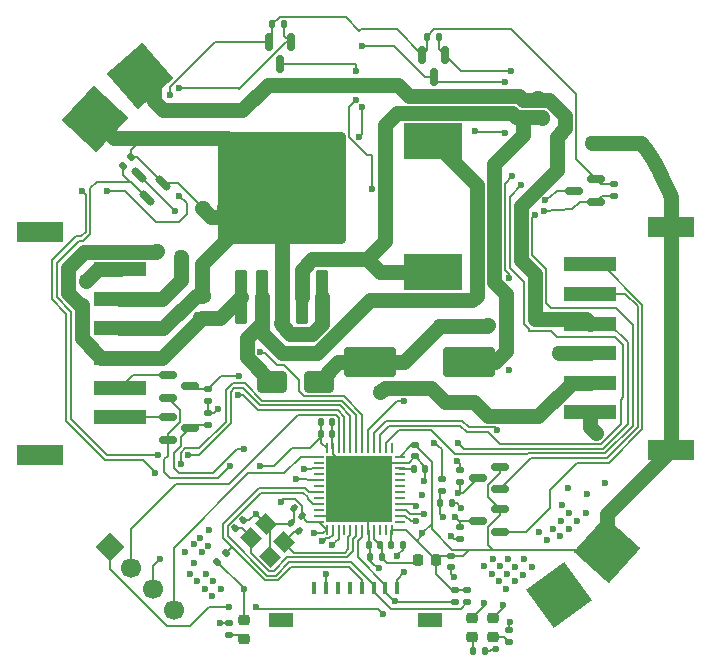
<source format=gbr>
%TF.GenerationSoftware,KiCad,Pcbnew,8.0.1*%
%TF.CreationDate,2024-11-14T00:10:28-08:00*%
%TF.ProjectId,motor_control_design,6d6f746f-725f-4636-9f6e-74726f6c5f64,rev?*%
%TF.SameCoordinates,Original*%
%TF.FileFunction,Copper,L1,Top*%
%TF.FilePolarity,Positive*%
%FSLAX46Y46*%
G04 Gerber Fmt 4.6, Leading zero omitted, Abs format (unit mm)*
G04 Created by KiCad (PCBNEW 8.0.1) date 2024-11-14 00:10:28*
%MOMM*%
%LPD*%
G01*
G04 APERTURE LIST*
G04 Aperture macros list*
%AMRoundRect*
0 Rectangle with rounded corners*
0 $1 Rounding radius*
0 $2 $3 $4 $5 $6 $7 $8 $9 X,Y pos of 4 corners*
0 Add a 4 corners polygon primitive as box body*
4,1,4,$2,$3,$4,$5,$6,$7,$8,$9,$2,$3,0*
0 Add four circle primitives for the rounded corners*
1,1,$1+$1,$2,$3*
1,1,$1+$1,$4,$5*
1,1,$1+$1,$6,$7*
1,1,$1+$1,$8,$9*
0 Add four rect primitives between the rounded corners*
20,1,$1+$1,$2,$3,$4,$5,0*
20,1,$1+$1,$4,$5,$6,$7,0*
20,1,$1+$1,$6,$7,$8,$9,0*
20,1,$1+$1,$8,$9,$2,$3,0*%
%AMHorizOval*
0 Thick line with rounded ends*
0 $1 width*
0 $2 $3 position (X,Y) of the first rounded end (center of the circle)*
0 $4 $5 position (X,Y) of the second rounded end (center of the circle)*
0 Add line between two ends*
20,1,$1,$2,$3,$4,$5,0*
0 Add two circle primitives to create the rounded ends*
1,1,$1,$2,$3*
1,1,$1,$4,$5*%
%AMRotRect*
0 Rectangle, with rotation*
0 The origin of the aperture is its center*
0 $1 length*
0 $2 width*
0 $3 Rotation angle, in degrees counterclockwise*
0 Add horizontal line*
21,1,$1,$2,0,0,$3*%
G04 Aperture macros list end*
%TA.AperFunction,SMDPad,CuDef*%
%ADD10RoundRect,0.140000X0.219203X0.021213X0.021213X0.219203X-0.219203X-0.021213X-0.021213X-0.219203X0*%
%TD*%
%TA.AperFunction,SMDPad,CuDef*%
%ADD11RoundRect,0.135000X0.185000X-0.135000X0.185000X0.135000X-0.185000X0.135000X-0.185000X-0.135000X0*%
%TD*%
%TA.AperFunction,SMDPad,CuDef*%
%ADD12RoundRect,0.150000X0.521491X-0.309359X-0.309359X0.521491X-0.521491X0.309359X0.309359X-0.521491X0*%
%TD*%
%TA.AperFunction,SMDPad,CuDef*%
%ADD13RoundRect,0.218750X0.256250X-0.218750X0.256250X0.218750X-0.256250X0.218750X-0.256250X-0.218750X0*%
%TD*%
%TA.AperFunction,SMDPad,CuDef*%
%ADD14RoundRect,0.135000X-0.185000X0.135000X-0.185000X-0.135000X0.185000X-0.135000X0.185000X0.135000X0*%
%TD*%
%TA.AperFunction,SMDPad,CuDef*%
%ADD15RoundRect,0.250000X-0.475000X0.250000X-0.475000X-0.250000X0.475000X-0.250000X0.475000X0.250000X0*%
%TD*%
%TA.AperFunction,SMDPad,CuDef*%
%ADD16RoundRect,0.218750X-0.218750X-0.256250X0.218750X-0.256250X0.218750X0.256250X-0.218750X0.256250X0*%
%TD*%
%TA.AperFunction,SMDPad,CuDef*%
%ADD17RoundRect,0.135000X-0.035355X0.226274X-0.226274X0.035355X0.035355X-0.226274X0.226274X-0.035355X0*%
%TD*%
%TA.AperFunction,SMDPad,CuDef*%
%ADD18RoundRect,0.140000X-0.140000X-0.170000X0.140000X-0.170000X0.140000X0.170000X-0.140000X0.170000X0*%
%TD*%
%TA.AperFunction,SMDPad,CuDef*%
%ADD19RoundRect,0.062500X0.062500X-0.375000X0.062500X0.375000X-0.062500X0.375000X-0.062500X-0.375000X0*%
%TD*%
%TA.AperFunction,SMDPad,CuDef*%
%ADD20RoundRect,0.062500X0.375000X-0.062500X0.375000X0.062500X-0.375000X0.062500X-0.375000X-0.062500X0*%
%TD*%
%TA.AperFunction,HeatsinkPad*%
%ADD21R,5.600000X5.600000*%
%TD*%
%TA.AperFunction,SMDPad,CuDef*%
%ADD22RoundRect,0.250000X-1.000000X-0.650000X1.000000X-0.650000X1.000000X0.650000X-1.000000X0.650000X0*%
%TD*%
%TA.AperFunction,ComponentPad*%
%ADD23RotRect,4.000000X4.000000X227.000000*%
%TD*%
%TA.AperFunction,SMDPad,CuDef*%
%ADD24R,0.400000X1.000000*%
%TD*%
%TA.AperFunction,SMDPad,CuDef*%
%ADD25R,2.000000X1.300000*%
%TD*%
%TA.AperFunction,SMDPad,CuDef*%
%ADD26RoundRect,0.135000X0.135000X0.185000X-0.135000X0.185000X-0.135000X-0.185000X0.135000X-0.185000X0*%
%TD*%
%TA.AperFunction,SMDPad,CuDef*%
%ADD27RoundRect,0.140000X-0.170000X0.140000X-0.170000X-0.140000X0.170000X-0.140000X0.170000X0.140000X0*%
%TD*%
%TA.AperFunction,SMDPad,CuDef*%
%ADD28RoundRect,0.250000X-1.950000X-1.000000X1.950000X-1.000000X1.950000X1.000000X-1.950000X1.000000X0*%
%TD*%
%TA.AperFunction,SMDPad,CuDef*%
%ADD29RoundRect,0.150000X-0.150000X0.587500X-0.150000X-0.587500X0.150000X-0.587500X0.150000X0.587500X0*%
%TD*%
%TA.AperFunction,SMDPad,CuDef*%
%ADD30RoundRect,0.150000X0.587500X0.150000X-0.587500X0.150000X-0.587500X-0.150000X0.587500X-0.150000X0*%
%TD*%
%TA.AperFunction,ComponentPad*%
%ADD31RotRect,1.700000X1.700000X45.000000*%
%TD*%
%TA.AperFunction,ComponentPad*%
%ADD32HorizOval,1.700000X0.000000X0.000000X0.000000X0.000000X0*%
%TD*%
%TA.AperFunction,ComponentPad*%
%ADD33RotRect,4.000000X4.000000X131.000000*%
%TD*%
%TA.AperFunction,SMDPad,CuDef*%
%ADD34RoundRect,0.150000X-0.587500X-0.150000X0.587500X-0.150000X0.587500X0.150000X-0.587500X0.150000X0*%
%TD*%
%TA.AperFunction,SMDPad,CuDef*%
%ADD35RoundRect,0.250000X0.300000X-2.050000X0.300000X2.050000X-0.300000X2.050000X-0.300000X-2.050000X0*%
%TD*%
%TA.AperFunction,SMDPad,CuDef*%
%ADD36RoundRect,0.250000X2.375000X-2.025000X2.375000X2.025000X-2.375000X2.025000X-2.375000X-2.025000X0*%
%TD*%
%TA.AperFunction,SMDPad,CuDef*%
%ADD37RoundRect,0.250002X5.149998X-4.449998X5.149998X4.449998X-5.149998X4.449998X-5.149998X-4.449998X0*%
%TD*%
%TA.AperFunction,ComponentPad*%
%ADD38RotRect,4.000000X4.000000X138.000000*%
%TD*%
%TA.AperFunction,SMDPad,CuDef*%
%ADD39RotRect,1.400000X1.200000X135.000000*%
%TD*%
%TA.AperFunction,SMDPad,CuDef*%
%ADD40RoundRect,0.140000X0.021213X-0.219203X0.219203X-0.021213X-0.021213X0.219203X-0.219203X0.021213X0*%
%TD*%
%TA.AperFunction,SMDPad,CuDef*%
%ADD41RoundRect,0.135000X-0.135000X-0.185000X0.135000X-0.185000X0.135000X0.185000X-0.135000X0.185000X0*%
%TD*%
%TA.AperFunction,SMDPad,CuDef*%
%ADD42RoundRect,0.140000X0.140000X0.170000X-0.140000X0.170000X-0.140000X-0.170000X0.140000X-0.170000X0*%
%TD*%
%TA.AperFunction,SMDPad,CuDef*%
%ADD43R,4.495800X1.295400*%
%TD*%
%TA.AperFunction,SMDPad,CuDef*%
%ADD44R,3.911600X1.803400*%
%TD*%
%TA.AperFunction,SMDPad,CuDef*%
%ADD45RoundRect,0.135000X0.035355X-0.226274X0.226274X-0.035355X-0.035355X0.226274X-0.226274X0.035355X0*%
%TD*%
%TA.AperFunction,ComponentPad*%
%ADD46RotRect,4.000000X4.000000X36.000000*%
%TD*%
%TA.AperFunction,SMDPad,CuDef*%
%ADD47R,5.000000X3.100000*%
%TD*%
%TA.AperFunction,ViaPad*%
%ADD48C,0.600000*%
%TD*%
%TA.AperFunction,ViaPad*%
%ADD49C,1.270000*%
%TD*%
%TA.AperFunction,Conductor*%
%ADD50C,0.200000*%
%TD*%
%TA.AperFunction,Conductor*%
%ADD51C,1.270000*%
%TD*%
G04 APERTURE END LIST*
D10*
%TO.P,C4,1*%
%TO.N,+3.3V*%
X144484411Y-104733411D03*
%TO.P,C4,2*%
%TO.N,GND*%
X143805589Y-104054589D03*
%TD*%
D11*
%TO.P,R21,1*%
%TO.N,GND*%
X157861000Y-106681999D03*
%TO.P,R21,2*%
%TO.N,/E2B*%
X157861000Y-105662001D03*
%TD*%
D12*
%TO.P,Q13,1,G*%
%TO.N,/M1Q1*%
X131337074Y-77816577D03*
%TO.P,Q13,2,S*%
%TO.N,GND*%
X132680577Y-76473074D03*
%TO.P,Q13,3,D*%
%TO.N,Net-(Q13-D)*%
X130683000Y-75819000D03*
%TD*%
D13*
%TO.P,D2,1,K*%
%TO.N,Net-(D2-K)*%
X158879000Y-114937000D03*
%TO.P,D2,2,A*%
%TO.N,/LED_G*%
X158879000Y-113361998D03*
%TD*%
D14*
%TO.P,R3,1*%
%TO.N,+3.3V*%
X157480000Y-110996001D03*
%TO.P,R3,2*%
%TO.N,/NRST*%
X157480000Y-112015999D03*
%TD*%
D15*
%TO.P,C14,1*%
%TO.N,GND*%
X136017000Y-86045001D03*
%TO.P,C14,2*%
%TO.N,+BATT*%
X136017000Y-87944999D03*
%TD*%
D16*
%TO.P,FB1,1*%
%TO.N,+3.3VA*%
X154279500Y-108458000D03*
%TO.P,FB1,2*%
%TO.N,+3.3V*%
X155854500Y-108458000D03*
%TD*%
D17*
%TO.P,R1,1*%
%TO.N,/SDA*%
X138028624Y-107843376D03*
%TO.P,R1,2*%
%TO.N,+3.3V*%
X137307376Y-108564624D03*
%TD*%
D18*
%TO.P,C7,1*%
%TO.N,Net-(U1-VCAP1)*%
X153952000Y-100711000D03*
%TO.P,C7,2*%
%TO.N,GND*%
X154912000Y-100711000D03*
%TD*%
D19*
%TO.P,U1,1,VBAT*%
%TO.N,+3.3V*%
X146583570Y-105864500D03*
%TO.P,U1,2,PC13*%
%TO.N,/LED_G*%
X147083570Y-105864500D03*
%TO.P,U1,3,PC14*%
%TO.N,/LED_B*%
X147583571Y-105864500D03*
%TO.P,U1,4,PC15*%
%TO.N,unconnected-(U1-PC15-Pad4)*%
X148083570Y-105864500D03*
%TO.P,U1,5,PH0*%
%TO.N,/OSC_IN*%
X148583569Y-105864500D03*
%TO.P,U1,6,PH1*%
%TO.N,/OSC_OUT*%
X149083570Y-105864500D03*
%TO.P,U1,7,NRST*%
%TO.N,/NRST*%
X149583570Y-105864500D03*
%TO.P,U1,8,VSSA*%
%TO.N,GND*%
X150083571Y-105864500D03*
%TO.P,U1,9,VREF+*%
%TO.N,+3.3VA*%
X150583570Y-105864500D03*
%TO.P,U1,10,PA0*%
%TO.N,unconnected-(U1-PA0-Pad10)*%
X151083569Y-105864500D03*
%TO.P,U1,11,PA1*%
%TO.N,unconnected-(U1-PA1-Pad11)*%
X151583570Y-105864500D03*
%TO.P,U1,12,PA2*%
%TO.N,+3.3V*%
X152083570Y-105864500D03*
D20*
%TO.P,U1,13,PA3*%
%TO.N,unconnected-(U1-PA3-Pad13)*%
X152771070Y-105177000D03*
%TO.P,U1,14,PA4*%
%TO.N,/VBatt_sense*%
X152771070Y-104677000D03*
%TO.P,U1,15,PA5*%
%TO.N,/E2B*%
X152771070Y-104176999D03*
%TO.P,U1,16,PA6*%
%TO.N,/E2A*%
X152771070Y-103677000D03*
%TO.P,U1,17,PA7*%
%TO.N,unconnected-(U1-PA7-Pad17)*%
X152771070Y-103177001D03*
%TO.P,U1,18,PB0*%
%TO.N,unconnected-(U1-PB0-Pad18)*%
X152771070Y-102677000D03*
%TO.P,U1,19,PB1*%
%TO.N,unconnected-(U1-PB1-Pad19)*%
X152771070Y-102177000D03*
%TO.P,U1,20,PB2*%
%TO.N,unconnected-(U1-PB2-Pad20)*%
X152771070Y-101676999D03*
%TO.P,U1,21,PB10*%
%TO.N,unconnected-(U1-PB10-Pad21)*%
X152771070Y-101177000D03*
%TO.P,U1,22,VCAP1*%
%TO.N,Net-(U1-VCAP1)*%
X152771070Y-100677001D03*
%TO.P,U1,23,VSS*%
%TO.N,GND*%
X152771070Y-100177000D03*
%TO.P,U1,24,VDD*%
%TO.N,+3.3V*%
X152771070Y-99677000D03*
D19*
%TO.P,U1,25,PB12*%
%TO.N,unconnected-(U1-PB12-Pad25)*%
X152083570Y-98989500D03*
%TO.P,U1,26,PB13*%
%TO.N,/M2Q3*%
X151583570Y-98989500D03*
%TO.P,U1,27,PB14*%
%TO.N,/M2Q1*%
X151083569Y-98989500D03*
%TO.P,U1,28,PB15*%
%TO.N,/M2Q2*%
X150583570Y-98989500D03*
%TO.P,U1,29,PA8*%
%TO.N,/M2Q4*%
X150083571Y-98989500D03*
%TO.P,U1,30,PA9*%
%TO.N,/M1Q4*%
X149583570Y-98989500D03*
%TO.P,U1,31,PA10*%
%TO.N,/M1Q3*%
X149083570Y-98989500D03*
%TO.P,U1,32,PA11*%
%TO.N,/M1Q1*%
X148583569Y-98989500D03*
%TO.P,U1,33,PA12*%
%TO.N,/M1Q2*%
X148083570Y-98989500D03*
%TO.P,U1,34,PA13*%
%TO.N,/SWDIO*%
X147583571Y-98989500D03*
%TO.P,U1,35,VSS*%
%TO.N,GND*%
X147083570Y-98989500D03*
%TO.P,U1,36,VDD*%
%TO.N,+3.3V*%
X146583570Y-98989500D03*
D20*
%TO.P,U1,37,PA14*%
%TO.N,/SWCLK*%
X145896070Y-99677000D03*
%TO.P,U1,38,PA15*%
%TO.N,unconnected-(U1-PA15-Pad38)*%
X145896070Y-100177000D03*
%TO.P,U1,39,PB3*%
%TO.N,/E1A*%
X145896070Y-100677001D03*
%TO.P,U1,40,PB4*%
%TO.N,unconnected-(U1-PB4-Pad40)*%
X145896070Y-101177000D03*
%TO.P,U1,41,PB5*%
%TO.N,/E1B*%
X145896070Y-101676999D03*
%TO.P,U1,42,PB6*%
%TO.N,unconnected-(U1-PB6-Pad42)*%
X145896070Y-102177000D03*
%TO.P,U1,43,PB7*%
%TO.N,/SDA*%
X145896070Y-102677000D03*
%TO.P,U1,44,BOOT0*%
%TO.N,unconnected-(U1-BOOT0-Pad44)*%
X145896070Y-103177001D03*
%TO.P,U1,45,PB8*%
%TO.N,/SCL*%
X145896070Y-103677000D03*
%TO.P,U1,46,PB9*%
%TO.N,unconnected-(U1-PB9-Pad46)*%
X145896070Y-104176999D03*
%TO.P,U1,47,VSS*%
%TO.N,GND*%
X145896070Y-104677000D03*
%TO.P,U1,48,VDD*%
%TO.N,+3.3V*%
X145896070Y-105177000D03*
D21*
%TO.P,U1,49,VSS*%
%TO.N,GND*%
X149333570Y-102427000D03*
%TD*%
D22*
%TO.P,D11,1,K*%
%TO.N,Net-(D11-K)*%
X141922998Y-93345000D03*
%TO.P,D11,2,A*%
%TO.N,GND*%
X145923000Y-93345000D03*
%TD*%
D23*
%TO.P,J4,1,Pin_1*%
%TO.N,GND*%
X127000000Y-71120000D03*
%TD*%
D13*
%TO.P,D3,1,K*%
%TO.N,Net-(D3-K)*%
X160657000Y-114937000D03*
%TO.P,D3,2,A*%
%TO.N,/LED_B*%
X160657000Y-113361998D03*
%TD*%
D24*
%TO.P,J5,1,Pin_1*%
%TO.N,VBUS*%
X145548000Y-110838000D03*
%TO.P,J5,2,Pin_2*%
%TO.N,+3.3V*%
X146548000Y-110838000D03*
%TO.P,J5,3,Pin_3*%
%TO.N,/S1*%
X147548000Y-110838000D03*
%TO.P,J5,4,Pin_4*%
%TO.N,/S2*%
X148548000Y-110838000D03*
%TO.P,J5,5,Pin_5*%
%TO.N,/SDA*%
X149548000Y-110838000D03*
%TO.P,J5,6,Pin_6*%
%TO.N,/SCL*%
X150548000Y-110838000D03*
%TO.P,J5,7,Pin_7*%
%TO.N,/NRST*%
X151548000Y-110838000D03*
%TO.P,J5,8,Pin_8*%
%TO.N,GND*%
X152548000Y-110838000D03*
D25*
%TO.P,J5,MP*%
%TO.N,N/C*%
X142748000Y-113538000D03*
X155348000Y-113538000D03*
%TD*%
D26*
%TO.P,R24,1*%
%TO.N,/M2Q3*%
X156084999Y-64135000D03*
%TO.P,R24,2*%
%TO.N,GND*%
X155065001Y-64135000D03*
%TD*%
D27*
%TO.P,C11,1*%
%TO.N,+3.3V*%
X157099000Y-108105000D03*
%TO.P,C11,2*%
%TO.N,GND*%
X157099000Y-109065000D03*
%TD*%
D28*
%TO.P,C15,1*%
%TO.N,GND*%
X150241000Y-91694000D03*
%TO.P,C15,2*%
%TO.N,+3.3V*%
X158641000Y-91694000D03*
%TD*%
D10*
%TO.P,C2,1*%
%TO.N,/OSC_IN*%
X144230411Y-106003411D03*
%TO.P,C2,2*%
%TO.N,GND*%
X143551589Y-105324589D03*
%TD*%
D11*
%TO.P,R8,1*%
%TO.N,Net-(D3-K)*%
X162054000Y-115395997D03*
%TO.P,R8,2*%
%TO.N,GND*%
X162054000Y-114375999D03*
%TD*%
D29*
%TO.P,Q4,1,G*%
%TO.N,/M1Q3*%
X143571000Y-64594500D03*
%TO.P,Q4,2,S*%
%TO.N,GND*%
X141671000Y-64594500D03*
%TO.P,Q4,3,D*%
%TO.N,Net-(Q1-G)*%
X142621000Y-66469501D03*
%TD*%
D30*
%TO.P,Q5,1,G*%
%TO.N,/M2Q1*%
X169418000Y-78105000D03*
%TO.P,Q5,2,S*%
%TO.N,GND*%
X169418000Y-76205000D03*
%TO.P,Q5,3,D*%
%TO.N,Net-(Q5-D)*%
X167542999Y-77155000D03*
%TD*%
D14*
%TO.P,R10,1*%
%TO.N,GND*%
X136525000Y-96012000D03*
%TO.P,R10,2*%
%TO.N,/E1B*%
X136525000Y-97031998D03*
%TD*%
D11*
%TO.P,R9,1*%
%TO.N,GND*%
X136525000Y-94997999D03*
%TO.P,R9,2*%
%TO.N,/E1A*%
X136525000Y-93978001D03*
%TD*%
D31*
%TO.P,J2,1,Pin_1*%
%TO.N,/NRST*%
X128251949Y-107296949D03*
D32*
%TO.P,J2,2,Pin_2*%
%TO.N,/SWDIO*%
X130048000Y-109093000D03*
%TO.P,J2,3,Pin_3*%
%TO.N,GND*%
X131844051Y-110889051D03*
%TO.P,J2,4,Pin_4*%
%TO.N,/SWCLK*%
X133640103Y-112685103D03*
%TD*%
D33*
%TO.P,J3,1,Pin_1*%
%TO.N,+BATT*%
X130810000Y-67437000D03*
%TD*%
D11*
%TO.P,R2,1*%
%TO.N,/SCL*%
X158496000Y-112015999D03*
%TO.P,R2,2*%
%TO.N,+3.3V*%
X158496000Y-110996001D03*
%TD*%
%TO.P,R17,1*%
%TO.N,/M2Q1*%
X170942000Y-77597000D03*
%TO.P,R17,2*%
%TO.N,GND*%
X170942000Y-76577002D03*
%TD*%
D18*
%TO.P,C1,1*%
%TO.N,+3.3V*%
X146078000Y-96774000D03*
%TO.P,C1,2*%
%TO.N,GND*%
X147038000Y-96774000D03*
%TD*%
D34*
%TO.P,Q10,1,G*%
%TO.N,Net-(J6-Pin_6)*%
X133126000Y-96332000D03*
%TO.P,Q10,2,S*%
%TO.N,+3.3V*%
X133126000Y-98232000D03*
%TO.P,Q10,3,D*%
%TO.N,/E1B*%
X135001000Y-97282000D03*
%TD*%
D14*
%TO.P,R22,1*%
%TO.N,GND*%
X157861000Y-100836001D03*
%TO.P,R22,2*%
%TO.N,/E2A*%
X157861000Y-101855999D03*
%TD*%
D11*
%TO.P,R5,1*%
%TO.N,Net-(D1-K)*%
X138303000Y-114809999D03*
%TO.P,R5,2*%
%TO.N,GND*%
X138303000Y-113790001D03*
%TD*%
D35*
%TO.P,U3,1,VIN*%
%TO.N,+BATT*%
X139367000Y-86124000D03*
%TO.P,U3,2,OUT*%
%TO.N,Net-(D11-K)*%
X141067000Y-86123999D03*
%TO.P,U3,3,GND*%
%TO.N,GND*%
X142767000Y-86124000D03*
D36*
X139992000Y-79399000D03*
X145542000Y-79399000D03*
D37*
X142767000Y-76974000D03*
D36*
X139992000Y-74549000D03*
X145542000Y-74549000D03*
D35*
%TO.P,U3,4,FB*%
%TO.N,+3.3V*%
X144467000Y-86123999D03*
%TO.P,U3,5,~{ON}/OFF*%
%TO.N,GND*%
X146167000Y-86124000D03*
%TD*%
D30*
%TO.P,Q11,1,G*%
%TO.N,Net-(J8-Pin_6)*%
X161290000Y-106040000D03*
%TO.P,Q11,2,S*%
%TO.N,+3.3V*%
X161290000Y-104140000D03*
%TO.P,Q11,3,D*%
%TO.N,/E2B*%
X159414999Y-105090000D03*
%TD*%
D14*
%TO.P,R11,1*%
%TO.N,+BATT*%
X156337000Y-101598001D03*
%TO.P,R11,2*%
%TO.N,/VBatt_sense*%
X156337000Y-102617999D03*
%TD*%
D38*
%TO.P,J10,1,Pin_1*%
%TO.N,+3.3V*%
X170307000Y-107569000D03*
%TD*%
D30*
%TO.P,Q12,1,G*%
%TO.N,Net-(J8-Pin_5)*%
X161260001Y-102423000D03*
%TO.P,Q12,2,S*%
%TO.N,+3.3V*%
X161260001Y-100523000D03*
%TO.P,Q12,3,D*%
%TO.N,/E2A*%
X159385000Y-101473000D03*
%TD*%
D18*
%TO.P,C3,1*%
%TO.N,+3.3V*%
X152047000Y-107188000D03*
%TO.P,C3,2*%
%TO.N,GND*%
X153007000Y-107188000D03*
%TD*%
D39*
%TO.P,Y1,1,1*%
%TO.N,/OSC_IN*%
X142965716Y-106934000D03*
%TO.P,Y1,2,2*%
%TO.N,GND*%
X141410081Y-105378365D03*
%TO.P,Y1,3,3*%
%TO.N,/OSC_OUT*%
X140208000Y-106580446D03*
%TO.P,Y1,4,4*%
%TO.N,GND*%
X141763635Y-108136081D03*
%TD*%
D26*
%TO.P,R6,1*%
%TO.N,/M1Q3*%
X143003999Y-63070499D03*
%TO.P,R6,2*%
%TO.N,GND*%
X141984001Y-63070499D03*
%TD*%
D18*
%TO.P,C8,1*%
%TO.N,+3.3V*%
X146078000Y-97790000D03*
%TO.P,C8,2*%
%TO.N,GND*%
X147038000Y-97790000D03*
%TD*%
D34*
%TO.P,Q8,1,G*%
%TO.N,Net-(J6-Pin_5)*%
X133126000Y-92776000D03*
%TO.P,Q8,2,S*%
%TO.N,+3.3V*%
X133126000Y-94676000D03*
%TO.P,Q8,3,D*%
%TO.N,/E1A*%
X135001000Y-93726000D03*
%TD*%
D40*
%TO.P,C5,1*%
%TO.N,/OSC_OUT*%
X138852589Y-105749411D03*
%TO.P,C5,2*%
%TO.N,GND*%
X139531411Y-105070589D03*
%TD*%
D41*
%TO.P,R7,1*%
%TO.N,Net-(D2-K)*%
X159004000Y-116155998D03*
%TO.P,R7,2*%
%TO.N,GND*%
X160024000Y-116155998D03*
%TD*%
D42*
%TO.P,C9,1*%
%TO.N,+3.3VA*%
X151102000Y-107188000D03*
%TO.P,C9,2*%
%TO.N,GND*%
X150142000Y-107188000D03*
%TD*%
%TO.P,C10,1*%
%TO.N,+3.3VA*%
X151229000Y-108204000D03*
%TO.P,C10,2*%
%TO.N,GND*%
X150269000Y-108204000D03*
%TD*%
D43*
%TO.P,J6,1,Pin_1*%
%TO.N,/M1A*%
X129110946Y-83830497D03*
%TO.P,J6,2,Pin_2*%
%TO.N,/M1B*%
X129110946Y-86330501D03*
%TO.P,J6,3,Pin_3*%
%TO.N,GND*%
X129110948Y-88830496D03*
%TO.P,J6,4,Pin_4*%
%TO.N,+BATT*%
X129110945Y-91330496D03*
%TO.P,J6,5,Pin_5*%
%TO.N,Net-(J6-Pin_5)*%
X129110944Y-93830497D03*
%TO.P,J6,6,Pin_6*%
%TO.N,Net-(J6-Pin_6)*%
X129110949Y-96330498D03*
D44*
%TO.P,J6,7*%
%TO.N,N/C*%
X122310944Y-80630497D03*
%TO.P,J6,8*%
X122310953Y-99530498D03*
%TD*%
D13*
%TO.P,D1,1,K*%
%TO.N,Net-(D1-K)*%
X139573000Y-115087501D03*
%TO.P,D1,2,A*%
%TO.N,+3.3V*%
X139573000Y-113512499D03*
%TD*%
D43*
%TO.P,J8,1,Pin_1*%
%TO.N,/M2A*%
X168912200Y-95911999D03*
%TO.P,J8,2,Pin_2*%
%TO.N,/M2B*%
X168912200Y-93411995D03*
%TO.P,J8,3,Pin_3*%
%TO.N,GND*%
X168912198Y-90912000D03*
%TO.P,J8,4,Pin_4*%
%TO.N,+BATT*%
X168912201Y-88412000D03*
%TO.P,J8,5,Pin_5*%
%TO.N,Net-(J8-Pin_5)*%
X168912202Y-85911999D03*
%TO.P,J8,6,Pin_6*%
%TO.N,Net-(J8-Pin_6)*%
X168912197Y-83411998D03*
D44*
%TO.P,J8,7*%
%TO.N,+3.3V*%
X175712202Y-99111999D03*
%TO.P,J8,8*%
X175712194Y-80211998D03*
%TD*%
D45*
%TO.P,R4,1*%
%TO.N,/M1Q1*%
X129306376Y-75036624D03*
%TO.P,R4,2*%
%TO.N,GND*%
X130027624Y-74315376D03*
%TD*%
D27*
%TO.P,C6,1*%
%TO.N,+3.3V*%
X154051000Y-98707000D03*
%TO.P,C6,2*%
%TO.N,GND*%
X154051000Y-99667000D03*
%TD*%
D46*
%TO.P,J9,1,Pin_1*%
%TO.N,GND*%
X166243000Y-111379000D03*
%TD*%
D41*
%TO.P,R12,1*%
%TO.N,/VBatt_sense*%
X156208000Y-103632000D03*
%TO.P,R12,2*%
%TO.N,GND*%
X157228000Y-103632000D03*
%TD*%
D47*
%TO.P,L1,1,1*%
%TO.N,Net-(D11-K)*%
X155575000Y-72973998D03*
%TO.P,L1,2,2*%
%TO.N,+3.3V*%
X155575000Y-84074000D03*
%TD*%
D29*
%TO.P,Q16,1,G*%
%TO.N,/M2Q3*%
X156586000Y-65659000D03*
%TO.P,Q16,2,S*%
%TO.N,GND*%
X154686000Y-65659000D03*
%TO.P,Q16,3,D*%
%TO.N,Net-(Q14-G)*%
X155636000Y-67534001D03*
%TD*%
D48*
%TO.N,GND*%
X147015200Y-103123999D03*
X163931600Y-109016800D03*
X127050800Y-73152000D03*
X163220400Y-109677200D03*
X147015200Y-104749600D03*
X167005000Y-102362000D03*
X133350000Y-72517000D03*
D49*
X156210000Y-88646000D03*
D48*
X143916400Y-78892400D03*
X140589000Y-104521000D03*
X141986000Y-74523600D03*
X136245600Y-110845600D03*
X137414000Y-95631000D03*
X133350000Y-69088000D03*
X160578800Y-109626400D03*
X143306800Y-73304400D03*
X161798000Y-110896400D03*
X162560000Y-109016800D03*
X148640800Y-103936800D03*
X141935200Y-76911200D03*
X134975600Y-109575600D03*
X138226800Y-79298800D03*
X150266400Y-104749600D03*
X147015200Y-101498400D03*
X143967200Y-73964800D03*
X147015200Y-102311200D03*
X159918400Y-108966000D03*
X136906000Y-111506000D03*
X148640800Y-102311200D03*
X167081200Y-105765600D03*
X167792400Y-105105200D03*
X149453600Y-104749600D03*
X151003000Y-109093000D03*
X136601200Y-105918000D03*
X140512800Y-79298800D03*
D49*
X166243000Y-90932000D03*
D48*
X135890000Y-106578400D03*
X167741600Y-111201200D03*
X153162000Y-109474000D03*
X142595600Y-77571600D03*
X136347200Y-109575600D03*
X168503600Y-104444800D03*
X136956800Y-110185200D03*
X142595600Y-78841600D03*
X138277600Y-77978000D03*
X151079200Y-104749600D03*
X154686000Y-102920800D03*
X147828000Y-103936800D03*
D49*
X160274000Y-88519000D03*
D48*
X166420800Y-105105200D03*
X143916400Y-74980800D03*
X168656000Y-102870000D03*
X148640800Y-103124000D03*
X163271200Y-108356400D03*
X142697200Y-73863200D03*
X143256000Y-78232000D03*
X135382000Y-108661200D03*
X132461000Y-108331000D03*
X166370000Y-106426000D03*
D49*
X142748000Y-88392000D03*
D48*
X161137600Y-110236000D03*
X162001200Y-92303600D03*
D49*
X136144000Y-78613000D03*
D48*
X154813000Y-101727000D03*
X140563600Y-77978000D03*
X148640800Y-104749600D03*
X157607000Y-100076000D03*
X162092246Y-113648548D03*
X134620000Y-107746800D03*
X141224000Y-78638400D03*
X157099000Y-106426000D03*
X143306800Y-76911200D03*
X147828000Y-104749600D03*
X141935200Y-78181200D03*
X166522400Y-103784400D03*
X162509200Y-110236000D03*
X160629600Y-108305600D03*
X139852400Y-78638400D03*
X160909000Y-115951000D03*
X143967200Y-77571600D03*
X165252400Y-106730800D03*
X161848800Y-109575600D03*
X143357600Y-74523600D03*
X143205200Y-75641200D03*
X157988000Y-104013000D03*
X161950400Y-108305600D03*
X147828000Y-103124000D03*
X144018000Y-72644000D03*
X137566400Y-78638400D03*
X135991600Y-107746800D03*
X147828000Y-101498400D03*
X165709600Y-105765600D03*
X138938000Y-78638400D03*
X135636000Y-110236000D03*
X161290000Y-108966000D03*
X142646400Y-75184000D03*
X157353000Y-109855000D03*
X137541000Y-113792000D03*
X164592000Y-106070400D03*
X144627600Y-78232000D03*
X136550400Y-107238800D03*
X135331200Y-107086400D03*
X170180000Y-101904800D03*
X137617200Y-110845600D03*
X127254000Y-69392800D03*
X147015200Y-103936800D03*
X144576800Y-75641200D03*
X152527000Y-108077000D03*
X164592000Y-110998000D03*
X148640800Y-101498400D03*
X142646400Y-76250800D03*
X147828000Y-102311200D03*
X167132000Y-104444800D03*
X143865600Y-76301600D03*
%TO.N,+3.3V*%
X138430000Y-100457000D03*
X140908927Y-100459279D03*
X154686000Y-106172000D03*
D49*
X169037000Y-73152000D03*
D48*
X142748000Y-103505000D03*
X139573000Y-110871000D03*
D49*
X164846000Y-70993000D03*
D48*
X146558000Y-109601000D03*
X145542000Y-106172000D03*
%TO.N,+BATT*%
X157734000Y-98552000D03*
X155702000Y-98552000D03*
D49*
X132207000Y-82296000D03*
X164465000Y-69342000D03*
D48*
%TO.N,/LED_G*%
X159874357Y-112112738D03*
X146177000Y-106807000D03*
%TO.N,/LED_B*%
X161544000Y-112268000D03*
X147066000Y-107188000D03*
D49*
%TO.N,/M1A*%
X126238000Y-84836000D03*
%TO.N,/M1B*%
X134239000Y-82804000D03*
D48*
%TO.N,/NRST*%
X138303000Y-112395000D03*
X152400000Y-111887000D03*
X140589000Y-112395000D03*
X151384000Y-113030000D03*
%TO.N,/M1Q3*%
X134112000Y-68453000D03*
X134112000Y-77597000D03*
X125857000Y-77216000D03*
X132080000Y-101092000D03*
X134239000Y-100330000D03*
X128016000Y-77216000D03*
%TO.N,/M1Q1*%
X134874000Y-99568000D03*
X132334000Y-99568000D03*
%TO.N,/M1Q4*%
X140970000Y-90805000D03*
%TO.N,/M1Q2*%
X139065000Y-94488000D03*
%TO.N,/VBatt_sense*%
X156464000Y-104775000D03*
X154178000Y-105156000D03*
%TO.N,/M2Q1*%
X164973000Y-78867000D03*
X163068000Y-76708000D03*
%TO.N,/M2Q3*%
X164211000Y-79248000D03*
X162179000Y-67056000D03*
%TO.N,/M2Q4*%
X153162000Y-94996000D03*
%TO.N,/M2Q2*%
X161036000Y-97409000D03*
D49*
%TO.N,/M2A*%
X169418000Y-97663000D03*
%TO.N,/M2B*%
X151130000Y-94234000D03*
D48*
%TO.N,/E1A*%
X144653000Y-100711000D03*
X139192000Y-92837000D03*
%TO.N,/E1B*%
X144018000Y-101600000D03*
X139573000Y-99060000D03*
%TO.N,/E2B*%
X154813000Y-104521000D03*
X157480000Y-104775000D03*
%TO.N,/E2A*%
X157734000Y-102743000D03*
X154178000Y-103886000D03*
%TO.N,Net-(Q1-G)*%
X149098000Y-67056000D03*
X149098000Y-69469000D03*
X150404939Y-77027648D03*
%TO.N,Net-(Q13-D)*%
X133731000Y-78867000D03*
%TO.N,Net-(Q5-D)*%
X162052000Y-84582000D03*
X162306000Y-75946000D03*
X165100000Y-77978000D03*
%TO.N,Net-(Q14-G)*%
X161671000Y-67945000D03*
X159131000Y-72136000D03*
X161671000Y-72263000D03*
X149606000Y-64897000D03*
X149606000Y-70104000D03*
X149352000Y-72644000D03*
%TD*%
D50*
%TO.N,GND*%
X152542000Y-63515000D02*
X154686000Y-65659000D01*
D51*
X142767000Y-88373000D02*
X142767000Y-86124000D01*
D50*
X150269000Y-108204000D02*
X150269000Y-108486000D01*
X157607000Y-103632000D02*
X157988000Y-104013000D01*
X154912000Y-100711000D02*
X154912000Y-101628000D01*
X153541000Y-100177000D02*
X154051000Y-99667000D01*
X160909000Y-115951000D02*
X160909000Y-115824000D01*
D51*
X128548262Y-72668262D02*
X127000000Y-71120000D01*
D50*
X131844051Y-108947949D02*
X132461000Y-108331000D01*
X141746477Y-105714761D02*
X141410081Y-105378365D01*
X157228000Y-103632000D02*
X157607000Y-103632000D01*
X157354999Y-106681999D02*
X157099000Y-106426000D01*
X132680577Y-76473074D02*
X134004074Y-76473074D01*
X150269000Y-108486000D02*
X150622000Y-108839000D01*
X142604001Y-62450499D02*
X141984001Y-63070499D01*
X137671998Y-113790001D02*
X137541000Y-113792000D01*
X149333570Y-102427000D02*
X151583570Y-100177000D01*
D51*
X142767000Y-86124000D02*
X142767000Y-76974000D01*
D50*
X167686000Y-74473000D02*
X167686000Y-69007000D01*
X155065001Y-64135000D02*
X155065001Y-65279999D01*
X160450002Y-116155998D02*
X160655000Y-115951000D01*
X141984001Y-63070499D02*
X141984001Y-64281499D01*
X136525000Y-94997999D02*
X136525000Y-96012000D01*
X147038000Y-97790000D02*
X147038000Y-98943930D01*
D51*
X150241000Y-91694000D02*
X153162000Y-91694000D01*
D50*
X157861000Y-106681999D02*
X157354999Y-106681999D01*
D51*
X136144000Y-78613000D02*
X136017000Y-78613000D01*
D50*
X155700001Y-63500000D02*
X155065001Y-64135000D01*
D51*
X139992000Y-79399000D02*
X136803000Y-79399000D01*
D50*
X150083571Y-105864500D02*
X150083571Y-103177001D01*
X160655000Y-115951000D02*
X160909000Y-115951000D01*
D51*
X160147000Y-88646000D02*
X160274000Y-88519000D01*
D50*
X160782000Y-115824000D02*
X160909000Y-115951000D01*
D51*
X147574000Y-91694000D02*
X150241000Y-91694000D01*
D50*
X148590000Y-100990400D02*
X148590000Y-100947815D01*
X134004074Y-76473074D02*
X136144000Y-78613000D01*
X150622000Y-108839000D02*
X150749000Y-108966000D01*
X137541000Y-113792000D02*
X137668000Y-113790001D01*
X148175499Y-62450499D02*
X142604001Y-62450499D01*
X140552716Y-104521000D02*
X140589000Y-104557284D01*
D51*
X168912198Y-90912000D02*
X166243000Y-90932000D01*
D50*
X131844051Y-110889051D02*
X131844051Y-108947949D01*
X167686000Y-69007000D02*
X162179000Y-63500000D01*
X141763635Y-108136081D02*
X141746477Y-108118923D01*
X150142000Y-107188000D02*
X150142000Y-105922929D01*
D51*
X146167000Y-88424000D02*
X145332001Y-89258999D01*
D50*
X149352000Y-63627000D02*
X148175499Y-62450499D01*
X157861000Y-100330000D02*
X157607000Y-100076000D01*
X133350000Y-68615000D02*
X133350000Y-69088000D01*
D51*
X139992000Y-74549000D02*
X138111262Y-72668262D01*
D50*
X149464000Y-63515000D02*
X152542000Y-63515000D01*
D51*
X145923000Y-93345000D02*
X147574000Y-91694000D01*
D50*
X151003000Y-109093000D02*
X150876000Y-108966000D01*
X152527000Y-108077000D02*
X152546000Y-108058000D01*
X130027624Y-73704638D02*
X131064000Y-72668262D01*
X143497813Y-105378365D02*
X143551589Y-105324589D01*
X140589000Y-104521000D02*
X140552716Y-104521000D01*
X150083571Y-103177001D02*
X149333570Y-102427000D01*
D51*
X132742716Y-88830496D02*
X135528211Y-86045001D01*
D50*
X150269000Y-108204000D02*
X150269000Y-107315000D01*
D51*
X142767000Y-88411000D02*
X142748000Y-88392000D01*
D50*
X139531411Y-105070589D02*
X140039411Y-105070589D01*
X130027624Y-74315376D02*
X130027624Y-73704638D01*
D51*
X156210000Y-88646000D02*
X160147000Y-88646000D01*
D50*
X147038000Y-98943930D02*
X147083570Y-98989500D01*
X147038000Y-96774000D02*
X147038000Y-97790000D01*
D51*
X136017000Y-83374000D02*
X139992000Y-79399000D01*
X143487999Y-89258999D02*
X142767000Y-88538000D01*
D50*
X160024000Y-116155998D02*
X160450002Y-116155998D01*
D51*
X145332001Y-89258999D02*
X143487999Y-89258999D01*
D50*
X145896070Y-104677000D02*
X147083570Y-104677000D01*
X147083570Y-104677000D02*
X149333570Y-102427000D01*
X143805589Y-104054589D02*
X143805589Y-105070589D01*
X151583570Y-100177000D02*
X152771070Y-100177000D01*
X133350000Y-68366471D02*
X133350000Y-68615000D01*
D51*
X136144000Y-78740000D02*
X136144000Y-78613000D01*
D50*
X130522879Y-74315376D02*
X132680577Y-76473074D01*
D51*
X142767000Y-88538000D02*
X142767000Y-88411000D01*
D50*
X170942000Y-76577002D02*
X169790002Y-76577002D01*
X141410081Y-105378365D02*
X143497813Y-105378365D01*
X152548000Y-110088000D02*
X153162000Y-109474000D01*
X148590000Y-100947815D02*
X147083570Y-99441385D01*
X154912000Y-100528000D02*
X154051000Y-99667000D01*
X130027624Y-74315376D02*
X130522879Y-74315376D01*
X150142000Y-105922929D02*
X150083571Y-105864500D01*
X137033000Y-96012000D02*
X137414000Y-95631000D01*
X154912000Y-101628000D02*
X154813000Y-101727000D01*
X141410081Y-105378365D02*
X140589000Y-104557284D01*
D51*
X135528211Y-86045001D02*
X136017000Y-86045001D01*
D50*
X138303000Y-113790001D02*
X137671998Y-113790001D01*
X149333570Y-102427000D02*
X149333570Y-101691385D01*
X150269000Y-107315000D02*
X150142000Y-107188000D01*
X149333570Y-101691385D02*
X148632585Y-100990400D01*
X152548000Y-110838000D02*
X152548000Y-110088000D01*
X141671000Y-64594500D02*
X137121971Y-64594500D01*
X149352000Y-63627000D02*
X149464000Y-63515000D01*
X153007000Y-107188000D02*
X153007000Y-107597000D01*
X162054000Y-114375999D02*
X162054000Y-113686794D01*
D51*
X146167000Y-86124000D02*
X146167000Y-88424000D01*
D50*
X141746477Y-108118923D02*
X141746477Y-105714761D01*
D51*
X129110948Y-88830496D02*
X132742716Y-88830496D01*
X136017000Y-78613000D02*
X136017000Y-78613000D01*
X136803000Y-79399000D02*
X136144000Y-78740000D01*
D50*
X148632585Y-100990400D02*
X148590000Y-100990400D01*
X141984001Y-64281499D02*
X141671000Y-64594500D01*
X145542000Y-74168000D02*
X145542000Y-74549000D01*
X155065001Y-65279999D02*
X154686000Y-65659000D01*
X152771070Y-100177000D02*
X153541000Y-100177000D01*
X143805589Y-105070589D02*
X143551589Y-105324589D01*
X140589000Y-104557284D02*
X140589000Y-104521000D01*
X169418000Y-76205000D02*
X167686000Y-74473000D01*
X137121971Y-64594500D02*
X133350000Y-68366471D01*
X169790002Y-76577002D02*
X169418000Y-76205000D01*
X154912000Y-100711000D02*
X154912000Y-100528000D01*
X140039411Y-105070589D02*
X140589000Y-104521000D01*
X157861000Y-100836001D02*
X157861000Y-100330000D01*
D51*
X166243000Y-90932000D02*
X166223000Y-90912000D01*
D50*
X150749000Y-108966000D02*
X151003000Y-109093000D01*
X136525000Y-96012000D02*
X137033000Y-96012000D01*
D51*
X138111262Y-72668262D02*
X131064000Y-72668262D01*
D50*
X162054000Y-113686794D02*
X162092246Y-113648548D01*
X152654000Y-107950000D02*
X152527000Y-108077000D01*
X162179000Y-63500000D02*
X155700001Y-63500000D01*
D51*
X136017000Y-86045001D02*
X136017000Y-83374000D01*
X153162000Y-91694000D02*
X156210000Y-88646000D01*
D50*
X153007000Y-107597000D02*
X152654000Y-107950000D01*
D51*
X142748000Y-88392000D02*
X142767000Y-88373000D01*
D50*
X157099000Y-109065000D02*
X157099000Y-109601000D01*
X147083570Y-99441385D02*
X147083570Y-98989500D01*
X157099000Y-109601000D02*
X157353000Y-109855000D01*
D51*
X131064000Y-72668262D02*
X128548262Y-72668262D01*
D50*
X137668000Y-113790001D02*
X137669999Y-113790001D01*
%TO.N,+3.3V*%
X133126000Y-98232000D02*
X133126000Y-99624529D01*
X132842000Y-99908529D02*
X132842000Y-100965000D01*
X155232000Y-84036000D02*
X155232000Y-83814002D01*
X142748000Y-103505000D02*
X142748000Y-103378000D01*
X154051000Y-98707000D02*
X153741070Y-98707000D01*
X154051000Y-98707000D02*
X155492000Y-100148000D01*
X160222501Y-103072501D02*
X161290000Y-104140000D01*
X161290000Y-104593051D02*
X160252500Y-105630551D01*
D51*
X155575000Y-84074000D02*
X151072000Y-84074000D01*
X173535499Y-73518041D02*
X173169458Y-73152000D01*
D50*
X158623000Y-107569000D02*
X157226000Y-107569000D01*
X146078000Y-98483930D02*
X146583570Y-98989500D01*
D51*
X149987000Y-82989000D02*
X151539939Y-81436061D01*
X158641000Y-91694000D02*
X160841000Y-91694000D01*
D50*
X145896070Y-105177000D02*
X146583570Y-105864500D01*
X157226000Y-107569000D02*
X155492000Y-105835000D01*
X140911206Y-100457000D02*
X140908927Y-100459279D01*
X143864670Y-103251000D02*
X142875000Y-103251000D01*
X134163500Y-96741448D02*
X133126000Y-97778948D01*
X160222501Y-102082448D02*
X160222501Y-103072501D01*
D51*
X175712202Y-99111999D02*
X175712202Y-85646403D01*
D50*
X157226000Y-110996001D02*
X155854500Y-109624501D01*
X160655000Y-107569000D02*
X170307000Y-107569000D01*
X144484411Y-103870741D02*
X143864670Y-103251000D01*
D51*
X163195000Y-72438018D02*
X163195000Y-70939000D01*
D50*
X134163500Y-95713500D02*
X134163500Y-96741448D01*
X155492000Y-105366000D02*
X154686000Y-106172000D01*
X146276070Y-106172000D02*
X145542000Y-106172000D01*
X154559000Y-106426000D02*
X154190750Y-106794250D01*
D51*
X145357000Y-82989000D02*
X149987000Y-82989000D01*
D50*
X160252500Y-105630551D02*
X160252500Y-107166500D01*
X154190750Y-106794250D02*
X155854500Y-108458000D01*
D51*
X162586106Y-70939000D02*
X163195000Y-70939000D01*
X163195000Y-70939000D02*
X164792000Y-70939000D01*
D50*
X153261000Y-105864500D02*
X154190750Y-106794250D01*
D51*
X175525954Y-77237936D02*
X175079371Y-76281442D01*
X151539939Y-81436061D02*
X151539939Y-71599061D01*
X160752000Y-84887134D02*
X160752000Y-74881018D01*
X151539939Y-71599061D02*
X152550002Y-70588998D01*
X144467000Y-86123999D02*
X144467000Y-83879000D01*
D50*
X158623000Y-107569000D02*
X160655000Y-107569000D01*
X132842000Y-100965000D02*
X133350000Y-101473000D01*
X146078000Y-97790000D02*
X146078000Y-98483930D01*
X142113000Y-100457000D02*
X140911206Y-100457000D01*
X146558000Y-110828000D02*
X146548000Y-110838000D01*
D51*
X160841000Y-91694000D02*
X161798000Y-90737000D01*
X160752000Y-74881018D02*
X163195000Y-72438018D01*
D50*
X133126000Y-94676000D02*
X134163500Y-95713500D01*
D51*
X174083476Y-74420249D02*
X173535499Y-73518041D01*
D50*
X146583570Y-105864500D02*
X146276070Y-106172000D01*
X157099000Y-108105000D02*
X158087000Y-108105000D01*
X139573000Y-113512499D02*
X139573000Y-110871000D01*
D51*
X152550002Y-70588998D02*
X162236104Y-70588998D01*
D50*
X142875000Y-103251000D02*
X142748000Y-103505000D01*
D51*
X175712202Y-85646403D02*
X175712194Y-85646395D01*
D50*
X155492000Y-104902000D02*
X155492000Y-105366000D01*
X146078000Y-97790000D02*
X146078000Y-98016000D01*
X154559000Y-106299000D02*
X154559000Y-106426000D01*
D51*
X161798000Y-85933133D02*
X160752000Y-84887134D01*
X170307000Y-104517201D02*
X175712202Y-99111999D01*
D50*
X152083570Y-105864500D02*
X153261000Y-105864500D01*
X133350000Y-101473000D02*
X137414000Y-101473000D01*
X145161000Y-98933000D02*
X143637000Y-98933000D01*
X156207500Y-108105000D02*
X155854500Y-108458000D01*
D51*
X175712194Y-85646395D02*
X175712194Y-77677845D01*
D50*
X133126000Y-99624529D02*
X132842000Y-99908529D01*
D51*
X164792000Y-70939000D02*
X164846000Y-70993000D01*
D50*
X152047000Y-105901070D02*
X152083570Y-105864500D01*
X139573000Y-110830248D02*
X137307376Y-108564624D01*
D51*
X162236104Y-70588998D02*
X162586106Y-70939000D01*
D50*
X146558000Y-109601000D02*
X146558000Y-110828000D01*
X161260001Y-100523000D02*
X161260001Y-101044948D01*
X144484411Y-104733411D02*
X144484411Y-103870741D01*
X143637000Y-98933000D02*
X142113000Y-100457000D01*
D51*
X175712194Y-77677845D02*
X175525954Y-77237936D01*
X151072000Y-84074000D02*
X149987000Y-82989000D01*
D50*
X155492000Y-100148000D02*
X155492000Y-104902000D01*
X161260001Y-101044948D02*
X160222501Y-102082448D01*
D51*
X173169458Y-73152000D02*
X169037000Y-73152000D01*
D50*
X160252500Y-107166500D02*
X160655000Y-107569000D01*
X137414000Y-101473000D02*
X138430000Y-100457000D01*
X154686000Y-106172000D02*
X154559000Y-106299000D01*
X146078000Y-96774000D02*
X146078000Y-97790000D01*
D51*
X144467000Y-83879000D02*
X145357000Y-82989000D01*
D50*
X152047000Y-107188000D02*
X152047000Y-105901070D01*
X153741070Y-98707000D02*
X152771070Y-99677000D01*
X155492000Y-105835000D02*
X155492000Y-105366000D01*
X157099000Y-108105000D02*
X156207500Y-108105000D01*
D51*
X170307000Y-107569000D02*
X170307000Y-104517201D01*
D50*
X133126000Y-97778948D02*
X133126000Y-98232000D01*
X161290000Y-104140000D02*
X161290000Y-104593051D01*
D51*
X174598330Y-75341794D02*
X174083476Y-74420249D01*
D50*
X139573000Y-110871000D02*
X139573000Y-110830248D01*
D51*
X161798000Y-90737000D02*
X161798000Y-85933133D01*
D50*
X146078000Y-98016000D02*
X145161000Y-98933000D01*
X158087000Y-108105000D02*
X158623000Y-107569000D01*
X155854500Y-109624501D02*
X155854500Y-108458000D01*
D51*
X175079371Y-76281442D02*
X174598330Y-75341794D01*
D50*
X157480000Y-110996001D02*
X157226000Y-110996001D01*
X157480000Y-110996001D02*
X158496000Y-110996001D01*
X144928000Y-105177000D02*
X145896070Y-105177000D01*
X144484411Y-104733411D02*
X144928000Y-105177000D01*
%TO.N,/OSC_IN*%
X148414821Y-106485136D02*
X148583569Y-106316387D01*
X148414821Y-107540493D02*
X148414821Y-106485136D01*
X148583569Y-106316387D02*
X148583569Y-105864500D01*
X143832716Y-107801000D02*
X148154314Y-107801000D01*
X144230411Y-106003411D02*
X143896305Y-106003411D01*
X148154314Y-107801000D02*
X148414821Y-107540493D01*
X142965716Y-106934000D02*
X143832716Y-107801000D01*
X143896305Y-106003411D02*
X142965716Y-106934000D01*
%TO.N,/OSC_OUT*%
X140208000Y-106580446D02*
X140208000Y-107853238D01*
X142104680Y-109355320D02*
X143259002Y-108201000D01*
X148814821Y-107706179D02*
X148814821Y-106650821D01*
X143259002Y-108201000D02*
X148320000Y-108201000D01*
X148320000Y-108201000D02*
X148814821Y-107706179D01*
X141710082Y-109355320D02*
X142104680Y-109355320D01*
X148814821Y-106650821D02*
X149083570Y-106382072D01*
X139376965Y-105749411D02*
X140208000Y-106580446D01*
X140208000Y-107853238D02*
X141710082Y-109355320D01*
X149083570Y-106382072D02*
X149083570Y-105864500D01*
X138852589Y-105749411D02*
X139376965Y-105749411D01*
%TO.N,Net-(U1-VCAP1)*%
X152805069Y-100711000D02*
X152771070Y-100677001D01*
X153952000Y-100711000D02*
X152805069Y-100711000D01*
%TO.N,+3.3VA*%
X150583570Y-106669570D02*
X150583570Y-105864500D01*
X154060500Y-108677000D02*
X154279500Y-108458000D01*
X151102000Y-107188000D02*
X150583570Y-106669570D01*
X151229000Y-107315000D02*
X151102000Y-107188000D01*
X151702000Y-108677000D02*
X154060500Y-108677000D01*
X151229000Y-108204000D02*
X151702000Y-108677000D01*
X151229000Y-108204000D02*
X151229000Y-107315000D01*
D51*
%TO.N,+BATT*%
X127510745Y-91330496D02*
X125857000Y-89676751D01*
D50*
X156337000Y-99822000D02*
X156337000Y-99060000D01*
D51*
X129110945Y-91330496D02*
X127510745Y-91330496D01*
X125730000Y-86868000D02*
X124652000Y-85790000D01*
X164211000Y-88011000D02*
X168511201Y-88011000D01*
X163195000Y-69469000D02*
X165400894Y-69469000D01*
D50*
X156337000Y-101598001D02*
X156337000Y-99822000D01*
X163365000Y-98998000D02*
X169987999Y-98998000D01*
D51*
X132155203Y-82347797D02*
X132207000Y-82296000D01*
D50*
X155702000Y-98552000D02*
X155829000Y-98552000D01*
X157734000Y-98552000D02*
X158223000Y-99041000D01*
X172104000Y-96881999D02*
X172104000Y-90003599D01*
D51*
X166043000Y-75419000D02*
X163022000Y-78440000D01*
D50*
X163322000Y-99041000D02*
X163365000Y-98998000D01*
D51*
X126028046Y-82347797D02*
X132155203Y-82347797D01*
D50*
X156337000Y-99060000D02*
X155702000Y-98552000D01*
D51*
X163022000Y-83012000D02*
X164211000Y-84201000D01*
X165400894Y-69469000D02*
X166751000Y-70819106D01*
X131953000Y-69596000D02*
X132715000Y-70358000D01*
X166043000Y-72590000D02*
X166043000Y-75419000D01*
X166751000Y-71882000D02*
X166043000Y-72590000D01*
X141605000Y-68199000D02*
X152654000Y-68199000D01*
X168511201Y-88011000D02*
X168912201Y-88412000D01*
X131161602Y-91330496D02*
X129110945Y-91330496D01*
X129110945Y-91330496D02*
X132631503Y-91330496D01*
X164211000Y-84201000D02*
X164211000Y-88011000D01*
X125857000Y-86868000D02*
X125730000Y-86868000D01*
D50*
X170512401Y-88412000D02*
X168912201Y-88412000D01*
X172104000Y-90003599D02*
X170512401Y-88412000D01*
D51*
X162832501Y-69106501D02*
X163195000Y-69469000D01*
X152654000Y-68199000D02*
X153561501Y-69106501D01*
X124652000Y-83723843D02*
X126028046Y-82347797D01*
D50*
X158223000Y-99041000D02*
X163322000Y-99041000D01*
D51*
X130810000Y-67437000D02*
X131953000Y-68580000D01*
X136017000Y-87944999D02*
X137546001Y-87944999D01*
D50*
X169987999Y-98998000D02*
X172104000Y-96881999D01*
D51*
X139430000Y-70358000D02*
X139438000Y-70366000D01*
X166751000Y-70819106D02*
X166751000Y-71882000D01*
X132631503Y-91330496D02*
X136017000Y-87944999D01*
X137546001Y-87944999D02*
X139367000Y-86124000D01*
X153561501Y-69106501D02*
X162832501Y-69106501D01*
X163022000Y-78440000D02*
X163022000Y-83012000D01*
X125857000Y-89676751D02*
X125857000Y-86868000D01*
X132715000Y-70358000D02*
X139430000Y-70358000D01*
X131953000Y-68580000D02*
X131953000Y-69596000D01*
X124652000Y-85790000D02*
X124652000Y-83723843D01*
X139438000Y-70366000D02*
X141605000Y-68199000D01*
D50*
%TO.N,Net-(D1-K)*%
X138303000Y-114809999D02*
X139295498Y-114809999D01*
X139295498Y-114809999D02*
X139573000Y-115087501D01*
%TO.N,Net-(D2-K)*%
X159004000Y-115062000D02*
X158879000Y-114937000D01*
X159004000Y-116155998D02*
X159004000Y-115062000D01*
%TO.N,/LED_G*%
X146177000Y-106807000D02*
X146177000Y-106680000D01*
X146797956Y-106602000D02*
X146558000Y-106602000D01*
X146558000Y-106602000D02*
X146353000Y-106807000D01*
X146353000Y-106807000D02*
X146177000Y-106807000D01*
X147083570Y-105864500D02*
X147083570Y-106316386D01*
X159874357Y-112366641D02*
X158879000Y-113361998D01*
X147083570Y-106316386D02*
X146797956Y-106602000D01*
X159874357Y-112112738D02*
X159874357Y-112366641D01*
%TO.N,/LED_B*%
X147320000Y-106934000D02*
X147066000Y-107188000D01*
X147583571Y-105864500D02*
X147583571Y-106670429D01*
X161544000Y-112268000D02*
X161544000Y-112474998D01*
X147583571Y-106670429D02*
X147320000Y-106934000D01*
X161544000Y-112474998D02*
X160657000Y-113361998D01*
X147066000Y-107188000D02*
X146939000Y-107188000D01*
%TO.N,Net-(D3-K)*%
X161595003Y-114937000D02*
X162054000Y-115395997D01*
X160657000Y-114937000D02*
X161595003Y-114937000D01*
D51*
%TO.N,/M1A*%
X129100449Y-83830497D02*
X129032000Y-83820000D01*
X129110946Y-83830497D02*
X129100449Y-83830497D01*
X129032000Y-83820000D02*
X129121443Y-83830497D01*
X127243503Y-83830497D02*
X126238000Y-84836000D01*
X129110946Y-83830497D02*
X127243503Y-83830497D01*
%TO.N,/M1B*%
X132628846Y-86330501D02*
X134239000Y-84720347D01*
X129110946Y-86330501D02*
X132628846Y-86330501D01*
X134239000Y-84720347D02*
X134239000Y-82804000D01*
%TO.N,Net-(D11-K)*%
X139835000Y-91275133D02*
X139835000Y-89624000D01*
X141904867Y-93345000D02*
X139835000Y-91275133D01*
X159282000Y-76680998D02*
X155575000Y-72973998D01*
X159282000Y-86087000D02*
X159282000Y-76680998D01*
X142821000Y-90932000D02*
X145737894Y-90932000D01*
X147608447Y-89061447D02*
X150210894Y-86459000D01*
X139835000Y-89624000D02*
X141067000Y-88392000D01*
X145737894Y-90932000D02*
X147608447Y-89061447D01*
X158910000Y-86459000D02*
X159282000Y-86087000D01*
X141067000Y-86123999D02*
X141067000Y-88265000D01*
X141067000Y-89178000D02*
X142821000Y-90932000D01*
X141067000Y-88265000D02*
X141067000Y-89178000D01*
X141922998Y-93345000D02*
X141904867Y-93345000D01*
X141067000Y-88392000D02*
X141067000Y-88265000D01*
X150210894Y-86459000D02*
X158910000Y-86459000D01*
D50*
%TO.N,/SWDIO*%
X147618000Y-96417866D02*
X147364134Y-96164000D01*
X144120000Y-96164000D02*
X138303000Y-101981000D01*
X130048000Y-105791000D02*
X130048000Y-109093000D01*
X138303000Y-101981000D02*
X133858000Y-101981000D01*
X133858000Y-101981000D02*
X130048000Y-105791000D01*
X147583571Y-98989500D02*
X147618000Y-98955071D01*
X147618000Y-98955071D02*
X147618000Y-96417866D01*
X147364134Y-96164000D02*
X144120000Y-96164000D01*
%TO.N,/NRST*%
X149225000Y-106807000D02*
X149225000Y-108215000D01*
X149583570Y-105864500D02*
X149583570Y-106448430D01*
X152400000Y-111990000D02*
X152400000Y-111887000D01*
X151548000Y-110538000D02*
X151548000Y-110838000D01*
X149583570Y-106448430D02*
X149225000Y-106807000D01*
X140589000Y-112400000D02*
X140589000Y-112395000D01*
X149225000Y-108215000D02*
X151548000Y-110538000D01*
X151548000Y-111138000D02*
X151548000Y-110838000D01*
X140777000Y-112588000D02*
X150942000Y-112588000D01*
X152297000Y-111887000D02*
X151548000Y-111138000D01*
X136652000Y-112395000D02*
X135001000Y-114046000D01*
X152400000Y-111887000D02*
X152297000Y-111887000D01*
X138303000Y-112395000D02*
X136652000Y-112395000D01*
X152425999Y-112015999D02*
X152400000Y-111990000D01*
X140777000Y-112588000D02*
X140589000Y-112400000D01*
X135001000Y-114046000D02*
X133096000Y-114046000D01*
X128251949Y-107296949D02*
X128251949Y-109201949D01*
X140589000Y-112395000D02*
X140584000Y-112395000D01*
X140584000Y-112395000D02*
X140589000Y-112400000D01*
X128251949Y-109201949D02*
X133096000Y-114046000D01*
X150942000Y-112588000D02*
X151384000Y-113030000D01*
X157480000Y-112015999D02*
X152425999Y-112015999D01*
%TO.N,/SWCLK*%
X144417000Y-99677000D02*
X145896070Y-99677000D01*
X133640103Y-107405897D02*
X139954000Y-101092000D01*
X143002000Y-101092000D02*
X144417000Y-99677000D01*
X139954000Y-101092000D02*
X143002000Y-101092000D01*
X133640103Y-112685103D02*
X133640103Y-107405897D01*
%TO.N,/SCL*%
X150548000Y-110838000D02*
X150548000Y-111138000D01*
X144612529Y-102743000D02*
X140996330Y-102743000D01*
X144999000Y-103129471D02*
X144612529Y-102743000D01*
X157926000Y-112585999D02*
X158496000Y-112015999D01*
X138190642Y-105548688D02*
X138190642Y-106401565D01*
X148610999Y-108601000D02*
X150548000Y-110538000D01*
X144999000Y-103231817D02*
X144999000Y-103129471D01*
X151995999Y-112585999D02*
X157926000Y-112585999D01*
X150548000Y-110538000D02*
X150548000Y-110838000D01*
X141544397Y-109755320D02*
X142270366Y-109755320D01*
X142270366Y-109755320D02*
X143424687Y-108601000D01*
X145896070Y-103677000D02*
X145444183Y-103677000D01*
X140996330Y-102743000D02*
X138190642Y-105548688D01*
X143424687Y-108601000D02*
X148610999Y-108601000D01*
X150548000Y-111138000D02*
X151995999Y-112585999D01*
X145444183Y-103677000D02*
X144999000Y-103231817D01*
X138190642Y-106401565D02*
X141544397Y-109755320D01*
%TO.N,/SDA*%
X144778214Y-102342999D02*
X144525999Y-102343001D01*
X140830643Y-102343001D02*
X137790642Y-105383003D01*
X141378711Y-110155320D02*
X142436051Y-110155320D01*
X138028624Y-107843376D02*
X138547695Y-107324305D01*
X138547695Y-107324305D02*
X141378711Y-110155320D01*
X143590372Y-109001000D02*
X148445314Y-109001000D01*
X137790642Y-106567251D02*
X138547695Y-107324305D01*
X148445314Y-109001000D02*
X149548000Y-110103686D01*
X149548000Y-110103686D02*
X149548000Y-110838000D01*
X145896070Y-102677000D02*
X145112216Y-102677000D01*
X145112216Y-102677000D02*
X144778214Y-102342999D01*
X144525999Y-102343001D02*
X140830643Y-102343001D01*
X137790642Y-105383003D02*
X137790642Y-106567251D01*
X142436051Y-110155320D02*
X143590372Y-109001000D01*
%TO.N,/M1Q3*%
X139631254Y-93488000D02*
X138610314Y-93488000D01*
X139162224Y-68550224D02*
X139606724Y-68105724D01*
X139606724Y-68105724D02*
X139259448Y-68453000D01*
X126173000Y-77532000D02*
X125857000Y-77216000D01*
X125812517Y-81012797D02*
X126173000Y-80652314D01*
X147842191Y-94945000D02*
X141088254Y-94945000D01*
X135797314Y-98968000D02*
X138020157Y-96745157D01*
X134747000Y-78232000D02*
X134112000Y-77597000D01*
X134625471Y-98968000D02*
X135797314Y-98968000D01*
X143117949Y-64594500D02*
X143571000Y-64594500D01*
X149083570Y-96186379D02*
X149083570Y-98989500D01*
X124522000Y-87565000D02*
X123317000Y-86360000D01*
X143003999Y-64027499D02*
X143571000Y-64594500D01*
X132080000Y-101092000D02*
X132080000Y-100984000D01*
X132126000Y-79802000D02*
X134118290Y-79802000D01*
X127850314Y-99968000D02*
X124522000Y-96639685D01*
X139606724Y-68105724D02*
X143117949Y-64594500D01*
X131064000Y-99968000D02*
X127850314Y-99968000D01*
X132080000Y-100984000D02*
X131064000Y-99968000D01*
X134239000Y-100330000D02*
X134239000Y-99354471D01*
X139259448Y-68453000D02*
X134112000Y-68453000D01*
X129540000Y-77216000D02*
X132126000Y-79802000D01*
X141088254Y-94945000D02*
X139631254Y-93488000D01*
X138020157Y-96745157D02*
X138020157Y-94078158D01*
X138020157Y-94078158D02*
X138610314Y-93488000D01*
X126173000Y-80652314D02*
X126173000Y-77532000D01*
X125362203Y-81012797D02*
X125812517Y-81012797D01*
X123317000Y-83058000D02*
X125362203Y-81012797D01*
X134118290Y-79802000D02*
X134747000Y-79173290D01*
X134239000Y-99354471D02*
X134625471Y-98968000D01*
X124522000Y-96639685D02*
X124522000Y-87565000D01*
X123317000Y-86360000D02*
X123317000Y-83058000D01*
X128016000Y-77216000D02*
X129540000Y-77216000D01*
X134747000Y-79173290D02*
X134747000Y-78232000D01*
X149083570Y-96186379D02*
X147842191Y-94945000D01*
X143003999Y-63070499D02*
X143003999Y-64027499D01*
%TO.N,/M1Q1*%
X135763000Y-99568000D02*
X138465000Y-96866000D01*
X123717000Y-83293000D02*
X125597203Y-81412797D01*
X124922000Y-87399314D02*
X123717000Y-86194314D01*
X123717000Y-86194314D02*
X123717000Y-83293000D01*
X132334000Y-99568000D02*
X128016000Y-99568000D01*
X129306376Y-75036624D02*
X129306376Y-75793376D01*
X126573000Y-76955710D02*
X127120710Y-76408000D01*
X147676505Y-95345000D02*
X148583569Y-96252064D01*
X126573000Y-80818000D02*
X126573000Y-76955710D01*
X134874000Y-99568000D02*
X135763000Y-99568000D01*
X148583569Y-96252064D02*
X148583569Y-98989500D01*
X139465568Y-93888000D02*
X140922568Y-95345000D01*
X138465000Y-94199000D02*
X138776000Y-93888000D01*
X129306376Y-75793376D02*
X129921000Y-76408000D01*
X130002000Y-76408000D02*
X131337074Y-77743074D01*
X140922568Y-95345000D02*
X147676505Y-95345000D01*
X124922000Y-96474000D02*
X124922000Y-87399314D01*
X131337074Y-77743074D02*
X131337074Y-77816577D01*
X128016000Y-99568000D02*
X124922000Y-96474000D01*
X127120710Y-76408000D02*
X129921000Y-76408000D01*
X125597203Y-81412797D02*
X125978203Y-81412797D01*
X125978203Y-81412797D02*
X126573000Y-80818000D01*
X138776000Y-93888000D02*
X139465568Y-93888000D01*
X138465000Y-96866000D02*
X138465000Y-94199000D01*
X129921000Y-76408000D02*
X130002000Y-76408000D01*
%TO.N,/M1Q4*%
X144272000Y-94128744D02*
X144272000Y-93218000D01*
X149583570Y-98989500D02*
X149583570Y-96120693D01*
X141224000Y-90932000D02*
X140970000Y-90805000D01*
X144688256Y-94545000D02*
X144272000Y-94128744D01*
X144272000Y-93218000D02*
X143002000Y-91948000D01*
X149583570Y-96120693D02*
X148007876Y-94545000D01*
X140970000Y-90805000D02*
X141097000Y-90805000D01*
X143002000Y-91948000D02*
X142875000Y-91948000D01*
X141351000Y-90932000D02*
X141224000Y-90932000D01*
X148007876Y-94545000D02*
X144688256Y-94545000D01*
X142367000Y-91948000D02*
X141351000Y-90932000D01*
X142875000Y-91948000D02*
X142367000Y-91948000D01*
%TO.N,/M1Q2*%
X139499882Y-94488000D02*
X140756883Y-95745000D01*
X140756883Y-95745000D02*
X147510820Y-95745000D01*
X147510820Y-95745000D02*
X148083570Y-96317750D01*
X139065000Y-94488000D02*
X139499882Y-94488000D01*
X148083570Y-96317750D02*
X148083570Y-98989500D01*
%TO.N,/VBatt_sense*%
X153701956Y-105156000D02*
X154178000Y-105156000D01*
X152771070Y-104677000D02*
X153222956Y-104677000D01*
X153222956Y-104677000D02*
X153701956Y-105156000D01*
X156210000Y-103634000D02*
X156210000Y-104521000D01*
X156208000Y-102746999D02*
X156337000Y-102617999D01*
X156210000Y-104521000D02*
X156464000Y-104775000D01*
X156208000Y-103632000D02*
X156208000Y-102746999D01*
X156208000Y-103632000D02*
X156210000Y-103634000D01*
%TO.N,/M2Q1*%
X169926000Y-77597000D02*
X169418000Y-78105000D01*
X163703000Y-88900000D02*
X163276000Y-88473000D01*
X169805290Y-98598000D02*
X171460100Y-96943190D01*
X166116000Y-89535000D02*
X165608000Y-89027000D01*
X163276000Y-84917000D02*
X162087000Y-83728000D01*
X171704000Y-90208202D02*
X171030798Y-89535000D01*
X151083569Y-97836431D02*
X151873000Y-97047000D01*
X165608000Y-89027000D02*
X163703000Y-89027000D01*
X163276000Y-88473000D02*
X163276000Y-84917000D01*
X164973000Y-78867000D02*
X167386000Y-78740000D01*
X164973000Y-78740000D02*
X164973000Y-78867000D01*
X162087000Y-77689000D02*
X163068000Y-76708000D01*
X163703000Y-89027000D02*
X163703000Y-88900000D01*
X171704000Y-94615000D02*
X171704000Y-90208202D01*
X167386000Y-78740000D02*
X168021000Y-78105000D01*
X158438863Y-97588838D02*
X160274000Y-97588838D01*
X171030798Y-89535000D02*
X166116000Y-89535000D01*
X162087000Y-83728000D02*
X162087000Y-77689000D01*
X161283162Y-98598000D02*
X169805290Y-98598000D01*
X171460100Y-94858900D02*
X171704000Y-94615000D01*
X157897024Y-97047000D02*
X158438863Y-97588838D01*
X168021000Y-78105000D02*
X169418000Y-78105000D01*
X151083569Y-98989500D02*
X151083569Y-97836431D01*
X151873000Y-97047000D02*
X157897024Y-97047000D01*
X170942000Y-77597000D02*
X169926000Y-77597000D01*
X160274000Y-97588838D02*
X161283162Y-98598000D01*
X171460100Y-96943190D02*
X171460100Y-94858900D01*
%TO.N,/M2Q3*%
X151583570Y-98537614D02*
X152674184Y-97447000D01*
X157983000Y-67056000D02*
X156586000Y-65659000D01*
X162179000Y-67056000D02*
X157983000Y-67056000D01*
X165562000Y-87076000D02*
X165146000Y-86660000D01*
X157439529Y-99441000D02*
X163576000Y-99441000D01*
X172504000Y-97047685D02*
X172504000Y-88508200D01*
X163957000Y-82624710D02*
X163957000Y-79502000D01*
X163619000Y-99398000D02*
X170153685Y-99398000D01*
X165146000Y-86660000D02*
X165146000Y-83813710D01*
X152674184Y-97447000D02*
X155445529Y-97447000D01*
X163957000Y-79502000D02*
X164211000Y-79121000D01*
X170153685Y-99398000D02*
X172504000Y-97047685D01*
X156084999Y-64135000D02*
X156084999Y-65157999D01*
X155445529Y-97447000D02*
X157439529Y-99441000D01*
X165146000Y-83813710D02*
X163957000Y-82624710D01*
X171071800Y-87076000D02*
X165562000Y-87076000D01*
X172504000Y-88508200D02*
X171071800Y-87076000D01*
X151583570Y-98989500D02*
X151583570Y-98537614D01*
X164211000Y-79121000D02*
X164211000Y-79248000D01*
X156084999Y-65157999D02*
X156586000Y-65659000D01*
X163576000Y-99441000D02*
X163619000Y-99398000D01*
%TO.N,/M2Q4*%
X150083571Y-98989500D02*
X150083571Y-97409000D01*
X152496571Y-94996000D02*
X150083571Y-97409000D01*
X153162000Y-94996000D02*
X152496571Y-94996000D01*
%TO.N,/M2Q2*%
X158062710Y-96647000D02*
X158604548Y-97188838D01*
X150583570Y-97701430D02*
X151638000Y-96647000D01*
X158604548Y-97188838D02*
X160815838Y-97188838D01*
X160815838Y-97188838D02*
X161036000Y-97409000D01*
X150583570Y-98989500D02*
X150583570Y-97701430D01*
X151638000Y-96647000D02*
X158062710Y-96647000D01*
D51*
%TO.N,/M2A*%
X168912200Y-95911999D02*
X168912200Y-97157200D01*
X168912200Y-97157200D02*
X169418000Y-97663000D01*
%TO.N,/M2B*%
X168912200Y-93411995D02*
X167312000Y-93411995D01*
X164470157Y-96253838D02*
X160223200Y-96253838D01*
X151503000Y-93861000D02*
X151130000Y-94234000D01*
X167312000Y-93411995D02*
X164470157Y-96253838D01*
X160223200Y-96253838D02*
X159016162Y-95046800D01*
X159016162Y-95046800D02*
X156565600Y-95046800D01*
X156565600Y-95046800D02*
X155379800Y-93861000D01*
X155379800Y-93861000D02*
X151503000Y-93861000D01*
D50*
%TO.N,Net-(J6-Pin_6)*%
X133124498Y-96330498D02*
X133126000Y-96332000D01*
X129110949Y-96330498D02*
X133124498Y-96330498D01*
%TO.N,Net-(J6-Pin_5)*%
X130165441Y-92776000D02*
X129110944Y-93830497D01*
X133126000Y-92776000D02*
X130165441Y-92776000D01*
%TO.N,Net-(J8-Pin_5)*%
X163885001Y-99798000D02*
X170319371Y-99798000D01*
X172904000Y-86965471D02*
X171850528Y-85911999D01*
X161260001Y-102423000D02*
X163885001Y-99798000D01*
X172904000Y-97213371D02*
X172904000Y-86965471D01*
X171850528Y-85911999D02*
X168912202Y-85911999D01*
X170319371Y-99798000D02*
X172904000Y-97213371D01*
%TO.N,Net-(J8-Pin_6)*%
X168912197Y-83411998D02*
X169916213Y-83411998D01*
X173304000Y-86799786D02*
X173304000Y-97379057D01*
X167772000Y-100198000D02*
X170485056Y-100198000D01*
X165481000Y-102489000D02*
X165481000Y-104009842D01*
X163450842Y-106040000D02*
X161290000Y-106040000D01*
X167772000Y-100198000D02*
X165481000Y-102489000D01*
X169916213Y-83411998D02*
X173304000Y-86799786D01*
X165481000Y-104009842D02*
X163450842Y-106040000D01*
X173304000Y-97379057D02*
X170485056Y-100198000D01*
%TO.N,/E1A*%
X136525000Y-93978001D02*
X135253001Y-93978001D01*
X139192000Y-92837000D02*
X137666001Y-92837000D01*
X145896070Y-100677001D02*
X144653000Y-100711000D01*
X137666001Y-92837000D02*
X136525000Y-93978001D01*
X144653000Y-100711000D02*
X144686999Y-100677001D01*
X135253001Y-93978001D02*
X135001000Y-93726000D01*
%TO.N,/E1B*%
X134093000Y-101073000D02*
X136965471Y-101073000D01*
X144018000Y-101600000D02*
X144094999Y-101676999D01*
X133639000Y-100619000D02*
X134093000Y-101073000D01*
X135001000Y-97282000D02*
X134225471Y-98057529D01*
X135256999Y-97537999D02*
X135001000Y-97282000D01*
X134225471Y-98802314D02*
X133639000Y-99388785D01*
X134225471Y-98057529D02*
X134225471Y-98802314D01*
X136525000Y-97031998D02*
X135251002Y-97031998D01*
X145896070Y-101676999D02*
X144018000Y-101600000D01*
X138978471Y-99060000D02*
X139573000Y-99060000D01*
X133639000Y-99388785D02*
X133639000Y-100619000D01*
X136965471Y-101073000D02*
X138978471Y-99060000D01*
X135251002Y-97031998D02*
X135001000Y-97282000D01*
%TO.N,/E2B*%
X157861000Y-105662001D02*
X157861000Y-105156000D01*
X152771070Y-104176999D02*
X153288641Y-104176999D01*
X153288641Y-104176999D02*
X153667642Y-104556000D01*
X159414999Y-105090000D02*
X157795000Y-105090000D01*
X154778000Y-104556000D02*
X154813000Y-104521000D01*
X153667642Y-104556000D02*
X154778000Y-104556000D01*
X157861000Y-105156000D02*
X157795000Y-105090000D01*
X157795000Y-105090000D02*
X157480000Y-104775000D01*
%TO.N,/E2A*%
X158115000Y-102743000D02*
X157734000Y-102743000D01*
X159385000Y-101473000D02*
X158115000Y-102743000D01*
X157861000Y-102616000D02*
X157734000Y-102743000D01*
X153969000Y-103677000D02*
X152771070Y-103677000D01*
X154178000Y-103886000D02*
X153969000Y-103677000D01*
X157861000Y-101855999D02*
X157861000Y-102616000D01*
%TO.N,Net-(Q1-G)*%
X149987000Y-74168000D02*
X148467000Y-72648000D01*
X149098000Y-66548000D02*
X149098000Y-67056000D01*
X149019501Y-66469501D02*
X142621000Y-66469501D01*
X150368000Y-74168000D02*
X149987000Y-74168000D01*
X150404939Y-74204939D02*
X150368000Y-74168000D01*
X149098000Y-66548000D02*
X149019501Y-66469501D01*
X148467000Y-70100000D02*
X149098000Y-69469000D01*
X148467000Y-72648000D02*
X148467000Y-70100000D01*
X150404939Y-77027648D02*
X150404939Y-74204939D01*
%TO.N,Net-(Q13-D)*%
X133731000Y-78867000D02*
X130683000Y-75819000D01*
%TO.N,Net-(Q5-D)*%
X161687000Y-76565000D02*
X162306000Y-75946000D01*
X162052000Y-84258686D02*
X161687000Y-83893686D01*
X167542999Y-77155000D02*
X166050000Y-77155000D01*
X165100000Y-77978000D02*
X165227000Y-77978000D01*
X162052000Y-84582000D02*
X162052000Y-84258686D01*
X166050000Y-77155000D02*
X165481000Y-77724000D01*
X161687000Y-83893686D02*
X161687000Y-76565000D01*
X165481000Y-77724000D02*
X165100000Y-77978000D01*
%TO.N,Net-(Q14-G)*%
X155636000Y-67534001D02*
X154910001Y-67534001D01*
X159258000Y-72164000D02*
X161572000Y-72164000D01*
X159258000Y-72164000D02*
X159159000Y-72164000D01*
X149606000Y-70104000D02*
X149733000Y-69977000D01*
X156046999Y-67945000D02*
X155636000Y-67534001D01*
X154910001Y-67534001D02*
X152273000Y-64897000D01*
X149606000Y-72390000D02*
X149606000Y-70104000D01*
X149733000Y-70231000D02*
X149606000Y-70104000D01*
X161572000Y-72164000D02*
X161671000Y-72263000D01*
X149352000Y-72644000D02*
X149606000Y-72390000D01*
X161671000Y-67945000D02*
X156046999Y-67945000D01*
X159159000Y-72164000D02*
X159131000Y-72136000D01*
X152273000Y-64897000D02*
X149606000Y-64897000D01*
X159131000Y-72136000D02*
X159103000Y-72164000D01*
X159766000Y-72164000D02*
X159258000Y-72164000D01*
%TD*%
M02*

</source>
